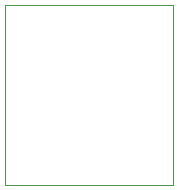
<source format=gbr>
%TF.GenerationSoftware,KiCad,Pcbnew,(6.0.2-0)*%
%TF.CreationDate,2022-02-21T13:31:27+09:00*%
%TF.ProjectId,PodForBreadboard,506f6446-6f72-4427-9265-6164626f6172,rev?*%
%TF.SameCoordinates,Original*%
%TF.FileFunction,Profile,NP*%
%FSLAX46Y46*%
G04 Gerber Fmt 4.6, Leading zero omitted, Abs format (unit mm)*
G04 Created by KiCad (PCBNEW (6.0.2-0)) date 2022-02-21 13:31:27*
%MOMM*%
%LPD*%
G01*
G04 APERTURE LIST*
%TA.AperFunction,Profile*%
%ADD10C,0.100000*%
%TD*%
G04 APERTURE END LIST*
D10*
X100838000Y-55880000D02*
X115062000Y-55880000D01*
X115062000Y-55880000D02*
X115062000Y-71120000D01*
X115062000Y-71120000D02*
X100838000Y-71120000D01*
X100838000Y-71120000D02*
X100838000Y-55880000D01*
M02*

</source>
